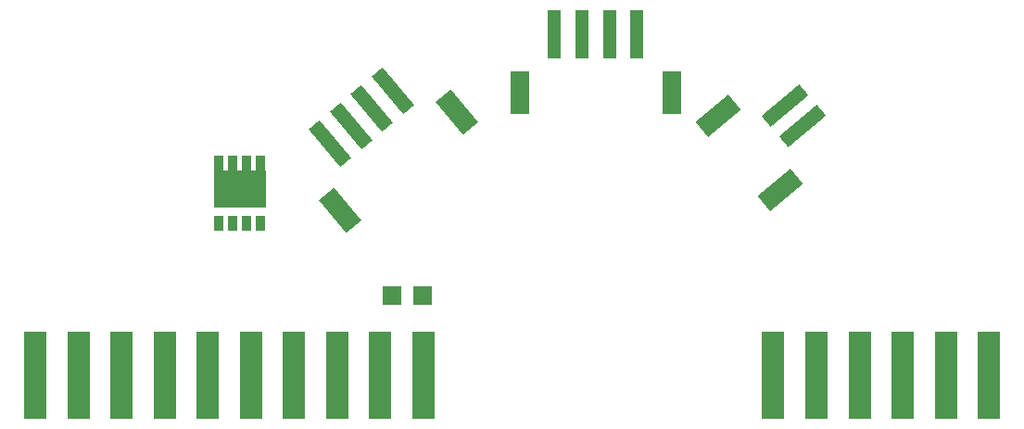
<source format=gbp>
G04*
G04 #@! TF.GenerationSoftware,Altium Limited,Altium Designer,20.1.11 (218)*
G04*
G04 Layer_Color=128*
%FSLAX44Y44*%
%MOMM*%
G71*
G04*
G04 #@! TF.SameCoordinates,6F891966-A938-45B2-A706-970299DF58FA*
G04*
G04*
G04 #@! TF.FilePolarity,Positive*
G04*
G01*
G75*
G04:AMPARAMS|DCode=14|XSize=3.9mm|YSize=1.8mm|CornerRadius=0mm|HoleSize=0mm|Usage=FLASHONLY|Rotation=40.000|XOffset=0mm|YOffset=0mm|HoleType=Round|Shape=Rectangle|*
%AMROTATEDRECTD14*
4,1,4,-0.9153,-1.9429,-2.0723,-0.5640,0.9153,1.9429,2.0723,0.5640,-0.9153,-1.9429,0.0*
%
%ADD14ROTATEDRECTD14*%

G04:AMPARAMS|DCode=15|XSize=4.5mm|YSize=1.3mm|CornerRadius=0mm|HoleSize=0mm|Usage=FLASHONLY|Rotation=40.000|XOffset=0mm|YOffset=0mm|HoleType=Round|Shape=Rectangle|*
%AMROTATEDRECTD15*
4,1,4,-1.3058,-1.9442,-2.1414,-0.9483,1.3058,1.9442,2.1414,0.9483,-1.3058,-1.9442,0.0*
%
%ADD15ROTATEDRECTD15*%

G04:AMPARAMS|DCode=16|XSize=4.5mm|YSize=1.3mm|CornerRadius=0mm|HoleSize=0mm|Usage=FLASHONLY|Rotation=130.000|XOffset=0mm|YOffset=0mm|HoleType=Round|Shape=Rectangle|*
%AMROTATEDRECTD16*
4,1,4,1.9442,-1.3058,0.9483,-2.1414,-1.9442,1.3058,-0.9483,2.1414,1.9442,-1.3058,0.0*
%
%ADD16ROTATEDRECTD16*%

G04:AMPARAMS|DCode=17|XSize=3.9mm|YSize=1.8mm|CornerRadius=0mm|HoleSize=0mm|Usage=FLASHONLY|Rotation=130.000|XOffset=0mm|YOffset=0mm|HoleType=Round|Shape=Rectangle|*
%AMROTATEDRECTD17*
4,1,4,1.9429,-0.9153,0.5640,-2.0723,-1.9429,0.9153,-0.5640,2.0723,1.9429,-0.9153,0.0*
%
%ADD17ROTATEDRECTD17*%

%ADD18R,2.0000X8.0000*%
%ADD52R,1.6510X1.7272*%
%ADD53R,0.8500X1.4500*%
%ADD54R,4.7000X3.3500*%
%ADD55R,1.8000X3.9000*%
%ADD56R,1.3000X4.5000*%
D14*
X1091161Y534107D02*
D03*
X1148369Y465929D02*
D03*
D15*
X1152330Y543661D02*
D03*
X1168400Y524510D02*
D03*
D16*
X755549Y524950D02*
D03*
X774700Y541020D02*
D03*
X793851Y557090D02*
D03*
X736398Y508881D02*
D03*
D17*
X852432Y537058D02*
D03*
X745952Y447711D02*
D03*
D18*
X821960Y297180D02*
D03*
X467360D02*
D03*
X506760D02*
D03*
X546160D02*
D03*
X585560D02*
D03*
X624960D02*
D03*
X664360D02*
D03*
X703760D02*
D03*
X743160D02*
D03*
X782560D02*
D03*
X1338580D02*
D03*
X1299180D02*
D03*
X1259780D02*
D03*
X1220380D02*
D03*
X1180980D02*
D03*
X1141580D02*
D03*
D52*
X820731Y369440D02*
D03*
X792791D02*
D03*
D53*
X673100Y491050D02*
D03*
X660400D02*
D03*
X647700D02*
D03*
X635000D02*
D03*
X673100Y436050D02*
D03*
X660400D02*
D03*
X647700D02*
D03*
X635000D02*
D03*
D54*
X654050Y467050D02*
D03*
D55*
X1048790Y555330D02*
D03*
X909790D02*
D03*
D56*
X1016790Y608330D02*
D03*
X991790D02*
D03*
X966790D02*
D03*
X941790D02*
D03*
M02*

</source>
